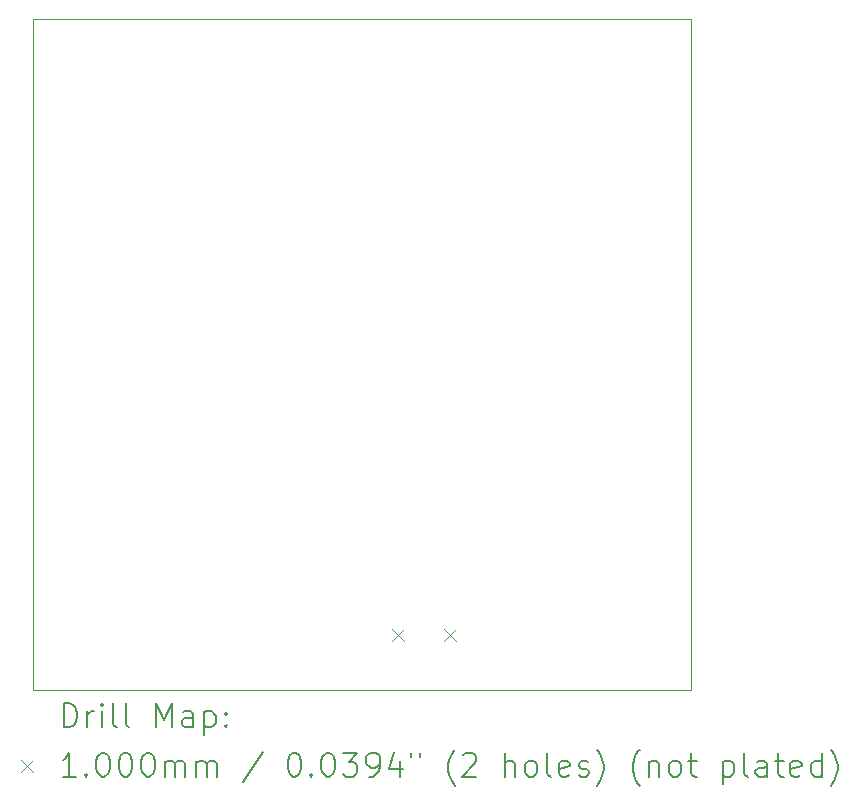
<source format=gbr>
%TF.GenerationSoftware,KiCad,Pcbnew,8.0.1*%
%TF.CreationDate,2024-04-11T19:27:32-06:00*%
%TF.ProjectId,ECE Altitude Project,45434520-416c-4746-9974-756465205072,rev?*%
%TF.SameCoordinates,Original*%
%TF.FileFunction,Drillmap*%
%TF.FilePolarity,Positive*%
%FSLAX45Y45*%
G04 Gerber Fmt 4.5, Leading zero omitted, Abs format (unit mm)*
G04 Created by KiCad (PCBNEW 8.0.1) date 2024-04-11 19:27:32*
%MOMM*%
%LPD*%
G01*
G04 APERTURE LIST*
%ADD10C,0.050000*%
%ADD11C,0.200000*%
%ADD12C,0.100000*%
G04 APERTURE END LIST*
D10*
X8140000Y-6585000D02*
X13710000Y-6585000D01*
X13710000Y-12265000D01*
X8140000Y-12265000D01*
X8140000Y-6585000D01*
D11*
D12*
X11180000Y-11752500D02*
X11280000Y-11852500D01*
X11280000Y-11752500D02*
X11180000Y-11852500D01*
X11620000Y-11752500D02*
X11720000Y-11852500D01*
X11720000Y-11752500D02*
X11620000Y-11852500D01*
D11*
X8398277Y-12578984D02*
X8398277Y-12378984D01*
X8398277Y-12378984D02*
X8445896Y-12378984D01*
X8445896Y-12378984D02*
X8474467Y-12388508D01*
X8474467Y-12388508D02*
X8493515Y-12407555D01*
X8493515Y-12407555D02*
X8503039Y-12426603D01*
X8503039Y-12426603D02*
X8512563Y-12464698D01*
X8512563Y-12464698D02*
X8512563Y-12493269D01*
X8512563Y-12493269D02*
X8503039Y-12531365D01*
X8503039Y-12531365D02*
X8493515Y-12550412D01*
X8493515Y-12550412D02*
X8474467Y-12569460D01*
X8474467Y-12569460D02*
X8445896Y-12578984D01*
X8445896Y-12578984D02*
X8398277Y-12578984D01*
X8598277Y-12578984D02*
X8598277Y-12445650D01*
X8598277Y-12483746D02*
X8607801Y-12464698D01*
X8607801Y-12464698D02*
X8617324Y-12455174D01*
X8617324Y-12455174D02*
X8636372Y-12445650D01*
X8636372Y-12445650D02*
X8655420Y-12445650D01*
X8722086Y-12578984D02*
X8722086Y-12445650D01*
X8722086Y-12378984D02*
X8712563Y-12388508D01*
X8712563Y-12388508D02*
X8722086Y-12398031D01*
X8722086Y-12398031D02*
X8731610Y-12388508D01*
X8731610Y-12388508D02*
X8722086Y-12378984D01*
X8722086Y-12378984D02*
X8722086Y-12398031D01*
X8845896Y-12578984D02*
X8826848Y-12569460D01*
X8826848Y-12569460D02*
X8817324Y-12550412D01*
X8817324Y-12550412D02*
X8817324Y-12378984D01*
X8950658Y-12578984D02*
X8931610Y-12569460D01*
X8931610Y-12569460D02*
X8922086Y-12550412D01*
X8922086Y-12550412D02*
X8922086Y-12378984D01*
X9179229Y-12578984D02*
X9179229Y-12378984D01*
X9179229Y-12378984D02*
X9245896Y-12521841D01*
X9245896Y-12521841D02*
X9312563Y-12378984D01*
X9312563Y-12378984D02*
X9312563Y-12578984D01*
X9493515Y-12578984D02*
X9493515Y-12474222D01*
X9493515Y-12474222D02*
X9483991Y-12455174D01*
X9483991Y-12455174D02*
X9464944Y-12445650D01*
X9464944Y-12445650D02*
X9426848Y-12445650D01*
X9426848Y-12445650D02*
X9407801Y-12455174D01*
X9493515Y-12569460D02*
X9474467Y-12578984D01*
X9474467Y-12578984D02*
X9426848Y-12578984D01*
X9426848Y-12578984D02*
X9407801Y-12569460D01*
X9407801Y-12569460D02*
X9398277Y-12550412D01*
X9398277Y-12550412D02*
X9398277Y-12531365D01*
X9398277Y-12531365D02*
X9407801Y-12512317D01*
X9407801Y-12512317D02*
X9426848Y-12502793D01*
X9426848Y-12502793D02*
X9474467Y-12502793D01*
X9474467Y-12502793D02*
X9493515Y-12493269D01*
X9588753Y-12445650D02*
X9588753Y-12645650D01*
X9588753Y-12455174D02*
X9607801Y-12445650D01*
X9607801Y-12445650D02*
X9645896Y-12445650D01*
X9645896Y-12445650D02*
X9664944Y-12455174D01*
X9664944Y-12455174D02*
X9674467Y-12464698D01*
X9674467Y-12464698D02*
X9683991Y-12483746D01*
X9683991Y-12483746D02*
X9683991Y-12540888D01*
X9683991Y-12540888D02*
X9674467Y-12559936D01*
X9674467Y-12559936D02*
X9664944Y-12569460D01*
X9664944Y-12569460D02*
X9645896Y-12578984D01*
X9645896Y-12578984D02*
X9607801Y-12578984D01*
X9607801Y-12578984D02*
X9588753Y-12569460D01*
X9769705Y-12559936D02*
X9779229Y-12569460D01*
X9779229Y-12569460D02*
X9769705Y-12578984D01*
X9769705Y-12578984D02*
X9760182Y-12569460D01*
X9760182Y-12569460D02*
X9769705Y-12559936D01*
X9769705Y-12559936D02*
X9769705Y-12578984D01*
X9769705Y-12455174D02*
X9779229Y-12464698D01*
X9779229Y-12464698D02*
X9769705Y-12474222D01*
X9769705Y-12474222D02*
X9760182Y-12464698D01*
X9760182Y-12464698D02*
X9769705Y-12455174D01*
X9769705Y-12455174D02*
X9769705Y-12474222D01*
D12*
X8037500Y-12857500D02*
X8137500Y-12957500D01*
X8137500Y-12857500D02*
X8037500Y-12957500D01*
D11*
X8503039Y-12998984D02*
X8388753Y-12998984D01*
X8445896Y-12998984D02*
X8445896Y-12798984D01*
X8445896Y-12798984D02*
X8426848Y-12827555D01*
X8426848Y-12827555D02*
X8407801Y-12846603D01*
X8407801Y-12846603D02*
X8388753Y-12856127D01*
X8588753Y-12979936D02*
X8598277Y-12989460D01*
X8598277Y-12989460D02*
X8588753Y-12998984D01*
X8588753Y-12998984D02*
X8579229Y-12989460D01*
X8579229Y-12989460D02*
X8588753Y-12979936D01*
X8588753Y-12979936D02*
X8588753Y-12998984D01*
X8722086Y-12798984D02*
X8741134Y-12798984D01*
X8741134Y-12798984D02*
X8760182Y-12808508D01*
X8760182Y-12808508D02*
X8769705Y-12818031D01*
X8769705Y-12818031D02*
X8779229Y-12837079D01*
X8779229Y-12837079D02*
X8788753Y-12875174D01*
X8788753Y-12875174D02*
X8788753Y-12922793D01*
X8788753Y-12922793D02*
X8779229Y-12960888D01*
X8779229Y-12960888D02*
X8769705Y-12979936D01*
X8769705Y-12979936D02*
X8760182Y-12989460D01*
X8760182Y-12989460D02*
X8741134Y-12998984D01*
X8741134Y-12998984D02*
X8722086Y-12998984D01*
X8722086Y-12998984D02*
X8703039Y-12989460D01*
X8703039Y-12989460D02*
X8693515Y-12979936D01*
X8693515Y-12979936D02*
X8683991Y-12960888D01*
X8683991Y-12960888D02*
X8674467Y-12922793D01*
X8674467Y-12922793D02*
X8674467Y-12875174D01*
X8674467Y-12875174D02*
X8683991Y-12837079D01*
X8683991Y-12837079D02*
X8693515Y-12818031D01*
X8693515Y-12818031D02*
X8703039Y-12808508D01*
X8703039Y-12808508D02*
X8722086Y-12798984D01*
X8912563Y-12798984D02*
X8931610Y-12798984D01*
X8931610Y-12798984D02*
X8950658Y-12808508D01*
X8950658Y-12808508D02*
X8960182Y-12818031D01*
X8960182Y-12818031D02*
X8969705Y-12837079D01*
X8969705Y-12837079D02*
X8979229Y-12875174D01*
X8979229Y-12875174D02*
X8979229Y-12922793D01*
X8979229Y-12922793D02*
X8969705Y-12960888D01*
X8969705Y-12960888D02*
X8960182Y-12979936D01*
X8960182Y-12979936D02*
X8950658Y-12989460D01*
X8950658Y-12989460D02*
X8931610Y-12998984D01*
X8931610Y-12998984D02*
X8912563Y-12998984D01*
X8912563Y-12998984D02*
X8893515Y-12989460D01*
X8893515Y-12989460D02*
X8883991Y-12979936D01*
X8883991Y-12979936D02*
X8874467Y-12960888D01*
X8874467Y-12960888D02*
X8864944Y-12922793D01*
X8864944Y-12922793D02*
X8864944Y-12875174D01*
X8864944Y-12875174D02*
X8874467Y-12837079D01*
X8874467Y-12837079D02*
X8883991Y-12818031D01*
X8883991Y-12818031D02*
X8893515Y-12808508D01*
X8893515Y-12808508D02*
X8912563Y-12798984D01*
X9103039Y-12798984D02*
X9122086Y-12798984D01*
X9122086Y-12798984D02*
X9141134Y-12808508D01*
X9141134Y-12808508D02*
X9150658Y-12818031D01*
X9150658Y-12818031D02*
X9160182Y-12837079D01*
X9160182Y-12837079D02*
X9169705Y-12875174D01*
X9169705Y-12875174D02*
X9169705Y-12922793D01*
X9169705Y-12922793D02*
X9160182Y-12960888D01*
X9160182Y-12960888D02*
X9150658Y-12979936D01*
X9150658Y-12979936D02*
X9141134Y-12989460D01*
X9141134Y-12989460D02*
X9122086Y-12998984D01*
X9122086Y-12998984D02*
X9103039Y-12998984D01*
X9103039Y-12998984D02*
X9083991Y-12989460D01*
X9083991Y-12989460D02*
X9074467Y-12979936D01*
X9074467Y-12979936D02*
X9064944Y-12960888D01*
X9064944Y-12960888D02*
X9055420Y-12922793D01*
X9055420Y-12922793D02*
X9055420Y-12875174D01*
X9055420Y-12875174D02*
X9064944Y-12837079D01*
X9064944Y-12837079D02*
X9074467Y-12818031D01*
X9074467Y-12818031D02*
X9083991Y-12808508D01*
X9083991Y-12808508D02*
X9103039Y-12798984D01*
X9255420Y-12998984D02*
X9255420Y-12865650D01*
X9255420Y-12884698D02*
X9264944Y-12875174D01*
X9264944Y-12875174D02*
X9283991Y-12865650D01*
X9283991Y-12865650D02*
X9312563Y-12865650D01*
X9312563Y-12865650D02*
X9331610Y-12875174D01*
X9331610Y-12875174D02*
X9341134Y-12894222D01*
X9341134Y-12894222D02*
X9341134Y-12998984D01*
X9341134Y-12894222D02*
X9350658Y-12875174D01*
X9350658Y-12875174D02*
X9369705Y-12865650D01*
X9369705Y-12865650D02*
X9398277Y-12865650D01*
X9398277Y-12865650D02*
X9417325Y-12875174D01*
X9417325Y-12875174D02*
X9426848Y-12894222D01*
X9426848Y-12894222D02*
X9426848Y-12998984D01*
X9522086Y-12998984D02*
X9522086Y-12865650D01*
X9522086Y-12884698D02*
X9531610Y-12875174D01*
X9531610Y-12875174D02*
X9550658Y-12865650D01*
X9550658Y-12865650D02*
X9579229Y-12865650D01*
X9579229Y-12865650D02*
X9598277Y-12875174D01*
X9598277Y-12875174D02*
X9607801Y-12894222D01*
X9607801Y-12894222D02*
X9607801Y-12998984D01*
X9607801Y-12894222D02*
X9617325Y-12875174D01*
X9617325Y-12875174D02*
X9636372Y-12865650D01*
X9636372Y-12865650D02*
X9664944Y-12865650D01*
X9664944Y-12865650D02*
X9683991Y-12875174D01*
X9683991Y-12875174D02*
X9693515Y-12894222D01*
X9693515Y-12894222D02*
X9693515Y-12998984D01*
X10083991Y-12789460D02*
X9912563Y-13046603D01*
X10341134Y-12798984D02*
X10360182Y-12798984D01*
X10360182Y-12798984D02*
X10379229Y-12808508D01*
X10379229Y-12808508D02*
X10388753Y-12818031D01*
X10388753Y-12818031D02*
X10398277Y-12837079D01*
X10398277Y-12837079D02*
X10407801Y-12875174D01*
X10407801Y-12875174D02*
X10407801Y-12922793D01*
X10407801Y-12922793D02*
X10398277Y-12960888D01*
X10398277Y-12960888D02*
X10388753Y-12979936D01*
X10388753Y-12979936D02*
X10379229Y-12989460D01*
X10379229Y-12989460D02*
X10360182Y-12998984D01*
X10360182Y-12998984D02*
X10341134Y-12998984D01*
X10341134Y-12998984D02*
X10322087Y-12989460D01*
X10322087Y-12989460D02*
X10312563Y-12979936D01*
X10312563Y-12979936D02*
X10303039Y-12960888D01*
X10303039Y-12960888D02*
X10293515Y-12922793D01*
X10293515Y-12922793D02*
X10293515Y-12875174D01*
X10293515Y-12875174D02*
X10303039Y-12837079D01*
X10303039Y-12837079D02*
X10312563Y-12818031D01*
X10312563Y-12818031D02*
X10322087Y-12808508D01*
X10322087Y-12808508D02*
X10341134Y-12798984D01*
X10493515Y-12979936D02*
X10503039Y-12989460D01*
X10503039Y-12989460D02*
X10493515Y-12998984D01*
X10493515Y-12998984D02*
X10483991Y-12989460D01*
X10483991Y-12989460D02*
X10493515Y-12979936D01*
X10493515Y-12979936D02*
X10493515Y-12998984D01*
X10626848Y-12798984D02*
X10645896Y-12798984D01*
X10645896Y-12798984D02*
X10664944Y-12808508D01*
X10664944Y-12808508D02*
X10674468Y-12818031D01*
X10674468Y-12818031D02*
X10683991Y-12837079D01*
X10683991Y-12837079D02*
X10693515Y-12875174D01*
X10693515Y-12875174D02*
X10693515Y-12922793D01*
X10693515Y-12922793D02*
X10683991Y-12960888D01*
X10683991Y-12960888D02*
X10674468Y-12979936D01*
X10674468Y-12979936D02*
X10664944Y-12989460D01*
X10664944Y-12989460D02*
X10645896Y-12998984D01*
X10645896Y-12998984D02*
X10626848Y-12998984D01*
X10626848Y-12998984D02*
X10607801Y-12989460D01*
X10607801Y-12989460D02*
X10598277Y-12979936D01*
X10598277Y-12979936D02*
X10588753Y-12960888D01*
X10588753Y-12960888D02*
X10579229Y-12922793D01*
X10579229Y-12922793D02*
X10579229Y-12875174D01*
X10579229Y-12875174D02*
X10588753Y-12837079D01*
X10588753Y-12837079D02*
X10598277Y-12818031D01*
X10598277Y-12818031D02*
X10607801Y-12808508D01*
X10607801Y-12808508D02*
X10626848Y-12798984D01*
X10760182Y-12798984D02*
X10883991Y-12798984D01*
X10883991Y-12798984D02*
X10817325Y-12875174D01*
X10817325Y-12875174D02*
X10845896Y-12875174D01*
X10845896Y-12875174D02*
X10864944Y-12884698D01*
X10864944Y-12884698D02*
X10874468Y-12894222D01*
X10874468Y-12894222D02*
X10883991Y-12913269D01*
X10883991Y-12913269D02*
X10883991Y-12960888D01*
X10883991Y-12960888D02*
X10874468Y-12979936D01*
X10874468Y-12979936D02*
X10864944Y-12989460D01*
X10864944Y-12989460D02*
X10845896Y-12998984D01*
X10845896Y-12998984D02*
X10788753Y-12998984D01*
X10788753Y-12998984D02*
X10769706Y-12989460D01*
X10769706Y-12989460D02*
X10760182Y-12979936D01*
X10979229Y-12998984D02*
X11017325Y-12998984D01*
X11017325Y-12998984D02*
X11036372Y-12989460D01*
X11036372Y-12989460D02*
X11045896Y-12979936D01*
X11045896Y-12979936D02*
X11064944Y-12951365D01*
X11064944Y-12951365D02*
X11074468Y-12913269D01*
X11074468Y-12913269D02*
X11074468Y-12837079D01*
X11074468Y-12837079D02*
X11064944Y-12818031D01*
X11064944Y-12818031D02*
X11055420Y-12808508D01*
X11055420Y-12808508D02*
X11036372Y-12798984D01*
X11036372Y-12798984D02*
X10998277Y-12798984D01*
X10998277Y-12798984D02*
X10979229Y-12808508D01*
X10979229Y-12808508D02*
X10969706Y-12818031D01*
X10969706Y-12818031D02*
X10960182Y-12837079D01*
X10960182Y-12837079D02*
X10960182Y-12884698D01*
X10960182Y-12884698D02*
X10969706Y-12903746D01*
X10969706Y-12903746D02*
X10979229Y-12913269D01*
X10979229Y-12913269D02*
X10998277Y-12922793D01*
X10998277Y-12922793D02*
X11036372Y-12922793D01*
X11036372Y-12922793D02*
X11055420Y-12913269D01*
X11055420Y-12913269D02*
X11064944Y-12903746D01*
X11064944Y-12903746D02*
X11074468Y-12884698D01*
X11245896Y-12865650D02*
X11245896Y-12998984D01*
X11198277Y-12789460D02*
X11150658Y-12932317D01*
X11150658Y-12932317D02*
X11274467Y-12932317D01*
X11341134Y-12798984D02*
X11341134Y-12837079D01*
X11417325Y-12798984D02*
X11417325Y-12837079D01*
X11712563Y-13075174D02*
X11703039Y-13065650D01*
X11703039Y-13065650D02*
X11683991Y-13037079D01*
X11683991Y-13037079D02*
X11674468Y-13018031D01*
X11674468Y-13018031D02*
X11664944Y-12989460D01*
X11664944Y-12989460D02*
X11655420Y-12941841D01*
X11655420Y-12941841D02*
X11655420Y-12903746D01*
X11655420Y-12903746D02*
X11664944Y-12856127D01*
X11664944Y-12856127D02*
X11674468Y-12827555D01*
X11674468Y-12827555D02*
X11683991Y-12808508D01*
X11683991Y-12808508D02*
X11703039Y-12779936D01*
X11703039Y-12779936D02*
X11712563Y-12770412D01*
X11779229Y-12818031D02*
X11788753Y-12808508D01*
X11788753Y-12808508D02*
X11807801Y-12798984D01*
X11807801Y-12798984D02*
X11855420Y-12798984D01*
X11855420Y-12798984D02*
X11874468Y-12808508D01*
X11874468Y-12808508D02*
X11883991Y-12818031D01*
X11883991Y-12818031D02*
X11893515Y-12837079D01*
X11893515Y-12837079D02*
X11893515Y-12856127D01*
X11893515Y-12856127D02*
X11883991Y-12884698D01*
X11883991Y-12884698D02*
X11769706Y-12998984D01*
X11769706Y-12998984D02*
X11893515Y-12998984D01*
X12131610Y-12998984D02*
X12131610Y-12798984D01*
X12217325Y-12998984D02*
X12217325Y-12894222D01*
X12217325Y-12894222D02*
X12207801Y-12875174D01*
X12207801Y-12875174D02*
X12188753Y-12865650D01*
X12188753Y-12865650D02*
X12160182Y-12865650D01*
X12160182Y-12865650D02*
X12141134Y-12875174D01*
X12141134Y-12875174D02*
X12131610Y-12884698D01*
X12341134Y-12998984D02*
X12322087Y-12989460D01*
X12322087Y-12989460D02*
X12312563Y-12979936D01*
X12312563Y-12979936D02*
X12303039Y-12960888D01*
X12303039Y-12960888D02*
X12303039Y-12903746D01*
X12303039Y-12903746D02*
X12312563Y-12884698D01*
X12312563Y-12884698D02*
X12322087Y-12875174D01*
X12322087Y-12875174D02*
X12341134Y-12865650D01*
X12341134Y-12865650D02*
X12369706Y-12865650D01*
X12369706Y-12865650D02*
X12388753Y-12875174D01*
X12388753Y-12875174D02*
X12398277Y-12884698D01*
X12398277Y-12884698D02*
X12407801Y-12903746D01*
X12407801Y-12903746D02*
X12407801Y-12960888D01*
X12407801Y-12960888D02*
X12398277Y-12979936D01*
X12398277Y-12979936D02*
X12388753Y-12989460D01*
X12388753Y-12989460D02*
X12369706Y-12998984D01*
X12369706Y-12998984D02*
X12341134Y-12998984D01*
X12522087Y-12998984D02*
X12503039Y-12989460D01*
X12503039Y-12989460D02*
X12493515Y-12970412D01*
X12493515Y-12970412D02*
X12493515Y-12798984D01*
X12674468Y-12989460D02*
X12655420Y-12998984D01*
X12655420Y-12998984D02*
X12617325Y-12998984D01*
X12617325Y-12998984D02*
X12598277Y-12989460D01*
X12598277Y-12989460D02*
X12588753Y-12970412D01*
X12588753Y-12970412D02*
X12588753Y-12894222D01*
X12588753Y-12894222D02*
X12598277Y-12875174D01*
X12598277Y-12875174D02*
X12617325Y-12865650D01*
X12617325Y-12865650D02*
X12655420Y-12865650D01*
X12655420Y-12865650D02*
X12674468Y-12875174D01*
X12674468Y-12875174D02*
X12683991Y-12894222D01*
X12683991Y-12894222D02*
X12683991Y-12913269D01*
X12683991Y-12913269D02*
X12588753Y-12932317D01*
X12760182Y-12989460D02*
X12779230Y-12998984D01*
X12779230Y-12998984D02*
X12817325Y-12998984D01*
X12817325Y-12998984D02*
X12836372Y-12989460D01*
X12836372Y-12989460D02*
X12845896Y-12970412D01*
X12845896Y-12970412D02*
X12845896Y-12960888D01*
X12845896Y-12960888D02*
X12836372Y-12941841D01*
X12836372Y-12941841D02*
X12817325Y-12932317D01*
X12817325Y-12932317D02*
X12788753Y-12932317D01*
X12788753Y-12932317D02*
X12769706Y-12922793D01*
X12769706Y-12922793D02*
X12760182Y-12903746D01*
X12760182Y-12903746D02*
X12760182Y-12894222D01*
X12760182Y-12894222D02*
X12769706Y-12875174D01*
X12769706Y-12875174D02*
X12788753Y-12865650D01*
X12788753Y-12865650D02*
X12817325Y-12865650D01*
X12817325Y-12865650D02*
X12836372Y-12875174D01*
X12912563Y-13075174D02*
X12922087Y-13065650D01*
X12922087Y-13065650D02*
X12941134Y-13037079D01*
X12941134Y-13037079D02*
X12950658Y-13018031D01*
X12950658Y-13018031D02*
X12960182Y-12989460D01*
X12960182Y-12989460D02*
X12969706Y-12941841D01*
X12969706Y-12941841D02*
X12969706Y-12903746D01*
X12969706Y-12903746D02*
X12960182Y-12856127D01*
X12960182Y-12856127D02*
X12950658Y-12827555D01*
X12950658Y-12827555D02*
X12941134Y-12808508D01*
X12941134Y-12808508D02*
X12922087Y-12779936D01*
X12922087Y-12779936D02*
X12912563Y-12770412D01*
X13274468Y-13075174D02*
X13264944Y-13065650D01*
X13264944Y-13065650D02*
X13245896Y-13037079D01*
X13245896Y-13037079D02*
X13236372Y-13018031D01*
X13236372Y-13018031D02*
X13226849Y-12989460D01*
X13226849Y-12989460D02*
X13217325Y-12941841D01*
X13217325Y-12941841D02*
X13217325Y-12903746D01*
X13217325Y-12903746D02*
X13226849Y-12856127D01*
X13226849Y-12856127D02*
X13236372Y-12827555D01*
X13236372Y-12827555D02*
X13245896Y-12808508D01*
X13245896Y-12808508D02*
X13264944Y-12779936D01*
X13264944Y-12779936D02*
X13274468Y-12770412D01*
X13350658Y-12865650D02*
X13350658Y-12998984D01*
X13350658Y-12884698D02*
X13360182Y-12875174D01*
X13360182Y-12875174D02*
X13379230Y-12865650D01*
X13379230Y-12865650D02*
X13407801Y-12865650D01*
X13407801Y-12865650D02*
X13426849Y-12875174D01*
X13426849Y-12875174D02*
X13436372Y-12894222D01*
X13436372Y-12894222D02*
X13436372Y-12998984D01*
X13560182Y-12998984D02*
X13541134Y-12989460D01*
X13541134Y-12989460D02*
X13531611Y-12979936D01*
X13531611Y-12979936D02*
X13522087Y-12960888D01*
X13522087Y-12960888D02*
X13522087Y-12903746D01*
X13522087Y-12903746D02*
X13531611Y-12884698D01*
X13531611Y-12884698D02*
X13541134Y-12875174D01*
X13541134Y-12875174D02*
X13560182Y-12865650D01*
X13560182Y-12865650D02*
X13588753Y-12865650D01*
X13588753Y-12865650D02*
X13607801Y-12875174D01*
X13607801Y-12875174D02*
X13617325Y-12884698D01*
X13617325Y-12884698D02*
X13626849Y-12903746D01*
X13626849Y-12903746D02*
X13626849Y-12960888D01*
X13626849Y-12960888D02*
X13617325Y-12979936D01*
X13617325Y-12979936D02*
X13607801Y-12989460D01*
X13607801Y-12989460D02*
X13588753Y-12998984D01*
X13588753Y-12998984D02*
X13560182Y-12998984D01*
X13683992Y-12865650D02*
X13760182Y-12865650D01*
X13712563Y-12798984D02*
X13712563Y-12970412D01*
X13712563Y-12970412D02*
X13722087Y-12989460D01*
X13722087Y-12989460D02*
X13741134Y-12998984D01*
X13741134Y-12998984D02*
X13760182Y-12998984D01*
X13979230Y-12865650D02*
X13979230Y-13065650D01*
X13979230Y-12875174D02*
X13998277Y-12865650D01*
X13998277Y-12865650D02*
X14036373Y-12865650D01*
X14036373Y-12865650D02*
X14055420Y-12875174D01*
X14055420Y-12875174D02*
X14064944Y-12884698D01*
X14064944Y-12884698D02*
X14074468Y-12903746D01*
X14074468Y-12903746D02*
X14074468Y-12960888D01*
X14074468Y-12960888D02*
X14064944Y-12979936D01*
X14064944Y-12979936D02*
X14055420Y-12989460D01*
X14055420Y-12989460D02*
X14036373Y-12998984D01*
X14036373Y-12998984D02*
X13998277Y-12998984D01*
X13998277Y-12998984D02*
X13979230Y-12989460D01*
X14188753Y-12998984D02*
X14169706Y-12989460D01*
X14169706Y-12989460D02*
X14160182Y-12970412D01*
X14160182Y-12970412D02*
X14160182Y-12798984D01*
X14350658Y-12998984D02*
X14350658Y-12894222D01*
X14350658Y-12894222D02*
X14341134Y-12875174D01*
X14341134Y-12875174D02*
X14322087Y-12865650D01*
X14322087Y-12865650D02*
X14283992Y-12865650D01*
X14283992Y-12865650D02*
X14264944Y-12875174D01*
X14350658Y-12989460D02*
X14331611Y-12998984D01*
X14331611Y-12998984D02*
X14283992Y-12998984D01*
X14283992Y-12998984D02*
X14264944Y-12989460D01*
X14264944Y-12989460D02*
X14255420Y-12970412D01*
X14255420Y-12970412D02*
X14255420Y-12951365D01*
X14255420Y-12951365D02*
X14264944Y-12932317D01*
X14264944Y-12932317D02*
X14283992Y-12922793D01*
X14283992Y-12922793D02*
X14331611Y-12922793D01*
X14331611Y-12922793D02*
X14350658Y-12913269D01*
X14417325Y-12865650D02*
X14493515Y-12865650D01*
X14445896Y-12798984D02*
X14445896Y-12970412D01*
X14445896Y-12970412D02*
X14455420Y-12989460D01*
X14455420Y-12989460D02*
X14474468Y-12998984D01*
X14474468Y-12998984D02*
X14493515Y-12998984D01*
X14636373Y-12989460D02*
X14617325Y-12998984D01*
X14617325Y-12998984D02*
X14579230Y-12998984D01*
X14579230Y-12998984D02*
X14560182Y-12989460D01*
X14560182Y-12989460D02*
X14550658Y-12970412D01*
X14550658Y-12970412D02*
X14550658Y-12894222D01*
X14550658Y-12894222D02*
X14560182Y-12875174D01*
X14560182Y-12875174D02*
X14579230Y-12865650D01*
X14579230Y-12865650D02*
X14617325Y-12865650D01*
X14617325Y-12865650D02*
X14636373Y-12875174D01*
X14636373Y-12875174D02*
X14645896Y-12894222D01*
X14645896Y-12894222D02*
X14645896Y-12913269D01*
X14645896Y-12913269D02*
X14550658Y-12932317D01*
X14817325Y-12998984D02*
X14817325Y-12798984D01*
X14817325Y-12989460D02*
X14798277Y-12998984D01*
X14798277Y-12998984D02*
X14760182Y-12998984D01*
X14760182Y-12998984D02*
X14741134Y-12989460D01*
X14741134Y-12989460D02*
X14731611Y-12979936D01*
X14731611Y-12979936D02*
X14722087Y-12960888D01*
X14722087Y-12960888D02*
X14722087Y-12903746D01*
X14722087Y-12903746D02*
X14731611Y-12884698D01*
X14731611Y-12884698D02*
X14741134Y-12875174D01*
X14741134Y-12875174D02*
X14760182Y-12865650D01*
X14760182Y-12865650D02*
X14798277Y-12865650D01*
X14798277Y-12865650D02*
X14817325Y-12875174D01*
X14893515Y-13075174D02*
X14903039Y-13065650D01*
X14903039Y-13065650D02*
X14922087Y-13037079D01*
X14922087Y-13037079D02*
X14931611Y-13018031D01*
X14931611Y-13018031D02*
X14941134Y-12989460D01*
X14941134Y-12989460D02*
X14950658Y-12941841D01*
X14950658Y-12941841D02*
X14950658Y-12903746D01*
X14950658Y-12903746D02*
X14941134Y-12856127D01*
X14941134Y-12856127D02*
X14931611Y-12827555D01*
X14931611Y-12827555D02*
X14922087Y-12808508D01*
X14922087Y-12808508D02*
X14903039Y-12779936D01*
X14903039Y-12779936D02*
X14893515Y-12770412D01*
M02*

</source>
